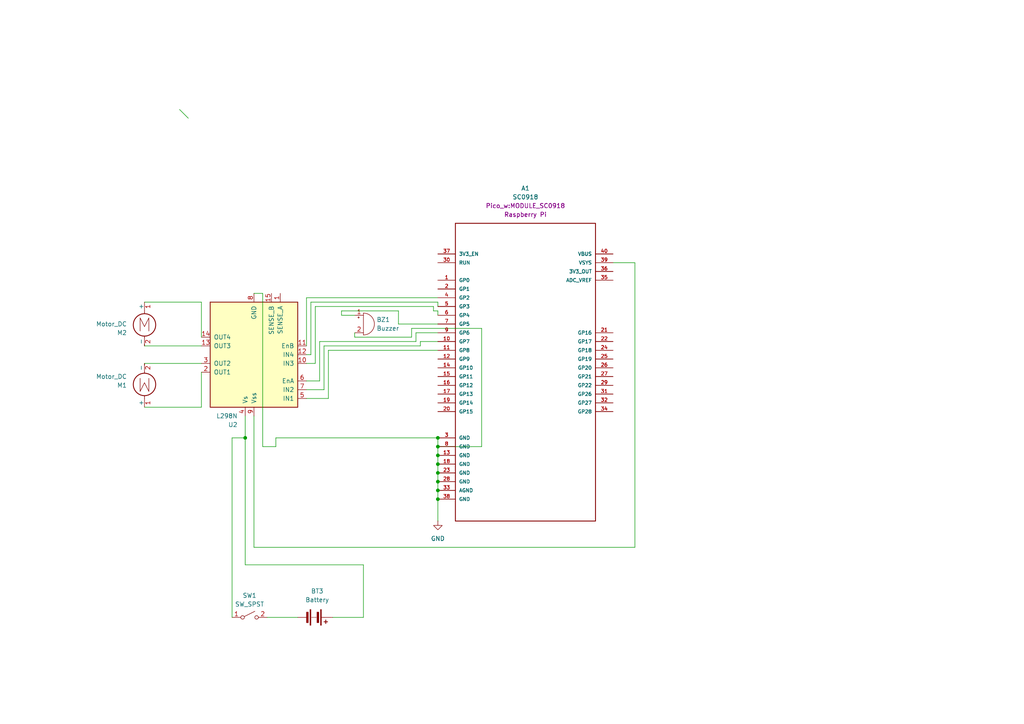
<source format=kicad_sch>
(kicad_sch (version 20231120) (generator "eeschema") (generator_version "8.0")
  (paper "A4")
  (lib_symbols
    (symbol "Device:Battery" (pin_numbers hide) (pin_names (offset 0) hide)
      (property "Reference" "BT" (at 2.54 2.54 0))
      (property "Value" "Battery" (at 2.54 0 0))
      (symbol "Battery_0_1"
        (rectangle (start -2.286 -1.27) (end 2.286 -1.524) (fill (type outline)))
        (rectangle (start -2.286 1.778) (end 2.286 1.524) (fill (type outline)))
        (rectangle (start -1.524 -2.032) (end 1.524 -2.54) (fill (type outline)))
        (rectangle (start -1.524 1.016) (end 1.524 0.508) (fill (type outline)))
        (polyline (pts (xy 0 -1.016) (xy 0 -0.762)))
        (polyline (pts (xy 0 -0.508) (xy 0 -0.254)))
        (polyline (pts (xy 0 0) (xy 0 0.254)))
        (polyline (pts (xy 0 1.778) (xy 0 2.54)))
        (polyline (pts (xy 0.762 3.048) (xy 1.778 3.048)) (stroke (width 0.254)))
        (polyline (pts (xy 1.27 3.556) (xy 1.27 2.54)) (stroke (width 0.254)))
      )
      (symbol "Battery_1_1"
        (pin passive line (at 0 5.08 270) (length 2.54) (name "+") (number "1"))
        (pin passive line (at 0 -5.08 90) (length 2.54) (name "-") (number "2"))
      )
    )
    (symbol "Device:Buzzer" (pin_names (offset 0.0254) hide)
      (property "Reference" "BZ" (at 3.81 1.27 0))
      (property "Value" "Buzzer" (at 3.81 -1.27 0))
      (symbol "Buzzer_0_1"
        (arc (start 0 -3.175) (mid 3.1612 0) (end 0 3.175))
        (polyline (pts (xy -1.651 1.905) (xy -1.143 1.905)))
        (polyline (pts (xy -1.397 2.159) (xy -1.397 1.651)))
        (polyline (pts (xy 0 3.175) (xy 0 -3.175)))
      )
      (symbol "Buzzer_1_1"
        (pin passive line (at -2.54 2.54 0) (length 2.54) (name "+") (number "1"))
        (pin passive line (at -2.54 -2.54 0) (length 2.54) (name "-") (number "2"))
      )
    )
    (symbol "Driver_Motor:L298N" (pin_names (offset 1.016))
      (property "Reference" "U" (at -10.16 16.51 0))
      (property "Value" "L298N" (at 12.7 16.51 0))
      (symbol "L298N_0_1"
        (rectangle (start -12.7 15.24) (end 12.7 -15.24) (stroke (width 0.254)) (fill (type background)))
      )
      (symbol "L298N_1_1"
        (pin power_in line (at -7.62 -17.78 90) (length 2.54) (name "SENSE_A") (number "1"))
        (pin input line (at -15.24 2.54 0) (length 2.54) (name "IN3") (number "10"))
        (pin input line (at -15.24 -2.54 0) (length 2.54) (name "EnB") (number "11"))
        (pin input line (at -15.24 0 0) (length 2.54) (name "IN4") (number "12"))
        (pin output line (at 15.24 -2.54 180) (length 2.54) (name "OUT3") (number "13"))
        (pin output line (at 15.24 -5.08 180) (length 2.54) (name "OUT4") (number "14"))
        (pin power_in line (at -5.08 -17.78 90) (length 2.54) (name "SENSE_B") (number "15"))
        (pin output line (at 15.24 5.08 180) (length 2.54) (name "OUT1") (number "2"))
        (pin output line (at 15.24 2.54 180) (length 2.54) (name "OUT2") (number "3"))
        (pin power_in line (at 2.54 17.78 270) (length 2.54) (name "Vs") (number "4"))
        (pin input line (at -15.24 12.7 0) (length 2.54) (name "IN1") (number "5"))
        (pin input line (at -15.24 7.62 0) (length 2.54) (name "EnA") (number "6"))
        (pin input line (at -15.24 10.16 0) (length 2.54) (name "IN2") (number "7"))
        (pin power_in line (at 0 -17.78 90) (length 2.54) (name "GND") (number "8"))
        (pin power_in line (at 0 17.78 270) (length 2.54) (name "Vss") (number "9"))
      )
    )
    (symbol "Motor:Motor_DC" (pin_names (offset 0))
      (property "Reference" "M" (at 2.54 2.54 0))
      (property "Value" "Motor_DC" (at 2.54 -5.08 0))
      (symbol "Motor_DC_0_0"
        (polyline (pts (xy -1.27 -3.302) (xy -1.27 0.508) (xy 0 -2.032) (xy 1.27 0.508) (xy 1.27 -3.302)))
      )
      (symbol "Motor_DC_0_1"
        (circle (center 0 -1.524) (radius 3.2512) (stroke (width 0.254)))
        (polyline (pts (xy 0 -7.62) (xy 0 -7.112)))
        (polyline (pts (xy 0 -4.7752) (xy 0 -5.1816)))
        (polyline (pts (xy 0 1.7272) (xy 0 2.0828)))
        (polyline (pts (xy 0 2.032) (xy 0 2.54)))
      )
      (symbol "Motor_DC_1_1"
        (pin passive line (at 0 5.08 270) (length 2.54) (name "+") (number "1"))
        (pin passive line (at 0 -7.62 90) (length 2.54) (name "-") (number "2"))
      )
    )
    (symbol "Pico_w:SC0918" (pin_names (offset 1.016))
      (property "Reference" "A1" (at 0 58.42 0))
      (property "Value" "SC0918" (at 0 55.88 0))
      (property "Footprint" "Pico_w:MODULE_SC0918" (at -12.7 -46.99 0))
      (property "manufacturer" "Raspberry Pi" (at 0 53.34 0))
      (symbol "SC0918_0_0"
        (rectangle (start -20.32 -43.18) (end 20.32 43.18) (stroke (width 0.254)))
        (pin bidirectional line (at -25.4 26.67 0) (length 5.08) (name "GP0") (number "1"))
        (pin bidirectional line (at -25.4 8.89 0) (length 5.08) (name "GP7") (number "10"))
        (pin bidirectional line (at -25.4 6.35 0) (length 5.08) (name "GP8") (number "11"))
        (pin bidirectional line (at -25.4 3.81 0) (length 5.08) (name "GP9") (number "12"))
        (pin power_in line (at -25.4 -24.13 0) (length 5.08) (name "GND") (number "13"))
        (pin bidirectional line (at -25.4 1.27 0) (length 5.08) (name "GP10") (number "14"))
        (pin bidirectional line (at -25.4 -1.27 0) (length 5.08) (name "GP11") (number "15"))
        (pin bidirectional line (at -25.4 -3.81 0) (length 5.08) (name "GP12") (number "16"))
        (pin bidirectional line (at -25.4 -6.35 0) (length 5.08) (name "GP13") (number "17"))
        (pin power_in line (at -25.4 -26.67 0) (length 5.08) (name "GND") (number "18"))
        (pin bidirectional line (at -25.4 -8.89 0) (length 5.08) (name "GP14") (number "19"))
        (pin bidirectional line (at -25.4 24.13 0) (length 5.08) (name "GP1") (number "2"))
        (pin bidirectional line (at -25.4 -11.43 0) (length 5.08) (name "GP15") (number "20"))
        (pin bidirectional line (at 25.4 11.43 180) (length 5.08) (name "GP16") (number "21"))
        (pin bidirectional line (at 25.4 8.89 180) (length 5.08) (name "GP17") (number "22"))
        (pin power_in line (at -25.4 -29.21 0) (length 5.08) (name "GND") (number "23"))
        (pin bidirectional line (at 25.4 6.35 180) (length 5.08) (name "GP18") (number "24"))
        (pin bidirectional line (at 25.4 3.81 180) (length 5.08) (name "GP19") (number "25"))
        (pin bidirectional line (at 25.4 1.27 180) (length 5.08) (name "GP20") (number "26"))
        (pin bidirectional line (at 25.4 -1.27 180) (length 5.08) (name "GP21") (number "27"))
        (pin power_in line (at -25.4 -31.75 0) (length 5.08) (name "GND") (number "28"))
        (pin bidirectional line (at 25.4 -3.81 180) (length 5.08) (name "GP22") (number "29"))
        (pin power_in line (at -25.4 -19.05 0) (length 5.08) (name "GND") (number "3"))
        (pin input line (at -25.4 31.75 0) (length 5.08) (name "RUN") (number "30"))
        (pin bidirectional line (at 25.4 -6.35 180) (length 5.08) (name "GP26") (number "31"))
        (pin bidirectional line (at 25.4 -8.89 180) (length 5.08) (name "GP27") (number "32"))
        (pin power_in line (at -25.4 -34.29 0) (length 5.08) (name "AGND") (number "33"))
        (pin bidirectional line (at 25.4 -11.43 180) (length 5.08) (name "GP28") (number "34"))
        (pin power_in line (at 25.4 26.67 180) (length 5.08) (name "ADC_VREF") (number "35"))
        (pin power_in line (at 25.4 29.21 180) (length 5.08) (name "3V3_OUT") (number "36"))
        (pin input line (at -25.4 34.29 0) (length 5.08) (name "3V3_EN") (number "37"))
        (pin power_in line (at -25.4 -36.83 0) (length 5.08) (name "GND") (number "38"))
        (pin free line (at 25.4 31.75 180) (length 5.08) (name "VSYS") (number "39"))
        (pin bidirectional line (at -25.4 21.59 0) (length 5.08) (name "GP2") (number "4"))
        (pin free line (at 25.4 34.29 180) (length 5.08) (name "VBUS") (number "40"))
        (pin bidirectional line (at -25.4 19.05 0) (length 5.08) (name "GP3") (number "5"))
        (pin bidirectional line (at -25.4 16.51 0) (length 5.08) (name "GP4") (number "6"))
        (pin bidirectional line (at -25.4 13.97 0) (length 5.08) (name "GP5") (number "7"))
        (pin power_in line (at -25.4 -21.59 0) (length 5.08) (name "GND") (number "8"))
        (pin bidirectional line (at -25.4 11.43 0) (length 5.08) (name "GP6") (number "9"))
      )
    )
    (symbol "Switch:SW_SPST" (pin_names (offset 0) hide)
      (property "Reference" "SW" (at 0 3.175 0))
      (property "Value" "SW_SPST" (at 0 -2.54 0))
      (symbol "SW_SPST_0_0"
        (circle (center -2.032 0) (radius 0.508))
        (polyline (pts (xy -1.524 0.254) (xy 1.524 1.778)))
        (circle (center 2.032 0) (radius 0.508))
      )
      (symbol "SW_SPST_1_1"
        (pin passive line (at -5.08 0 0) (length 2.54) (name "A") (number "1"))
        (pin passive line (at 5.08 0 180) (length 2.54) (name "B") (number "2"))
      )
    )
    (symbol "power:GND" (power) (pin_numbers hide) (pin_names (offset 0) hide)
      (property "Value" "GND" (at 0 -3.81 0))
      (symbol "GND_0_1"
        (polyline (pts (xy 0 0) (xy 0 -1.27) (xy 1.27 -1.27) (xy 0 -2.54) (xy -1.27 -1.27) (xy 0 -1.27)))
      )
      (symbol "GND_1_1"
        (pin power_in line (at 0 0 270) (length 0) (name "~") (number "1"))
      )
    )
  )
  (junction (at 127 132.08))
  (junction (at 127 137.16))
  (junction (at 127 134.62))
  (junction (at 127 129.54))
  (junction (at 127 127))
  (junction (at 71.12 127))
  (junction (at 127 144.78))
  (junction (at 127 139.7))
  (junction (at 127 142.24))
  (bus_entry (at 52.07 31.75) (size 2.54 2.54))
  (bus_entry (at 339.09 40.64) (size 2.54 2.54))
  (wire (pts (xy 80.01 129.54) (xy 80.01 127)))
  (wire (pts (xy 105.41 163.83) (xy 71.12 163.83)))
  (wire (pts (xy 91.44 88.9) (xy 91.44 105.41)))
  (wire (pts (xy 92.71 110.49) (xy 92.71 99.06)))
  (wire (pts (xy 77.47 179.07) (xy 86.36 179.07)))
  (wire (pts (xy 92.71 99.06) (xy 120.65 99.06)))
  (wire (pts (xy 91.44 105.41) (xy 88.9 105.41)))
  (wire (pts (xy 184.15 76.2) (xy 177.8 76.2)))
  (wire (pts (xy 95.25 101.6) (xy 127 101.6)))
  (wire (pts (xy 127 99.06) (xy 121.92 99.06)))
  (wire (pts (xy 127 142.24) (xy 127 144.78)))
  (wire (pts (xy 120.65 99.06) (xy 120.65 96.52)))
  (wire (pts (xy 67.31 127) (xy 71.12 127)))
  (wire (pts (xy 125.73 90.17) (xy 125.73 88.9)))
  (wire (pts (xy 127 93.98) (xy 115.57 93.98)))
  (wire (pts (xy 139.7 129.54) (xy 127 129.54)))
  (wire (pts (xy 88.9 102.87) (xy 90.17 102.87)))
  (wire (pts (xy 119.38 95.25) (xy 139.7 95.25)))
  (wire (pts (xy 102.87 96.52) (xy 102.87 97.79)))
  (wire (pts (xy 102.87 97.79) (xy 119.38 97.79)))
  (wire (pts (xy 58.42 105.41) (xy 41.91 105.41)))
  (wire (pts (xy 120.65 96.52) (xy 127 96.52)))
  (wire (pts (xy 127 137.16) (xy 127 139.7)))
  (wire (pts (xy 80.01 127) (xy 127 127)))
  (wire (pts (xy 90.17 102.87) (xy 90.17 87.63)))
  (wire (pts (xy 93.98 100.33) (xy 93.98 113.03)))
  (wire (pts (xy 88.9 100.33) (xy 88.9 86.36)))
  (wire (pts (xy 58.42 100.33) (xy 41.91 100.33)))
  (wire (pts (xy 88.9 115.57) (xy 95.25 115.57)))
  (wire (pts (xy 88.9 86.36) (xy 127 86.36)))
  (wire (pts (xy 41.91 87.63) (xy 58.42 87.63)))
  (wire (pts (xy 127 127) (xy 127 129.54)))
  (wire (pts (xy 76.2 85.09) (xy 76.2 129.54)))
  (wire (pts (xy 76.2 129.54) (xy 80.01 129.54)))
  (wire (pts (xy 127 132.08) (xy 127 134.62)))
  (wire (pts (xy 71.12 163.83) (xy 71.12 127)))
  (wire (pts (xy 41.91 118.11) (xy 58.42 118.11)))
  (wire (pts (xy 88.9 110.49) (xy 92.71 110.49)))
  (wire (pts (xy 105.41 179.07) (xy 105.41 163.83)))
  (wire (pts (xy 73.66 120.65) (xy 73.66 158.75)))
  (wire (pts (xy 99.06 91.44) (xy 102.87 91.44)))
  (wire (pts (xy 127 139.7) (xy 127 142.24)))
  (wire (pts (xy 99.06 90.17) (xy 99.06 91.44)))
  (wire (pts (xy 96.52 179.07) (xy 105.41 179.07)))
  (wire (pts (xy 184.15 158.75) (xy 184.15 76.2)))
  (wire (pts (xy 127 144.78) (xy 127 151.13)))
  (wire (pts (xy 119.38 97.79) (xy 119.38 95.25)))
  (wire (pts (xy 95.25 115.57) (xy 95.25 101.6)))
  (wire (pts (xy 139.7 95.25) (xy 139.7 129.54)))
  (wire (pts (xy 127 87.63) (xy 127 88.9)))
  (wire (pts (xy 58.42 87.63) (xy 58.42 97.79)))
  (wire (pts (xy 121.92 99.06) (xy 121.92 100.33)))
  (wire (pts (xy 115.57 90.17) (xy 99.06 90.17)))
  (wire (pts (xy 93.98 113.03) (xy 88.9 113.03)))
  (wire (pts (xy 127 90.17) (xy 125.73 90.17)))
  (wire (pts (xy 127 134.62) (xy 127 137.16)))
  (wire (pts (xy 67.31 179.07) (xy 67.31 127)))
  (wire (pts (xy 73.66 85.09) (xy 76.2 85.09)))
  (wire (pts (xy 121.92 100.33) (xy 93.98 100.33)))
  (wire (pts (xy 127 91.44) (xy 127 90.17)))
  (wire (pts (xy 71.12 127) (xy 71.12 120.65)))
  (wire (pts (xy 73.66 158.75) (xy 184.15 158.75)))
  (wire (pts (xy 127 129.54) (xy 127 132.08)))
  (wire (pts (xy 125.73 88.9) (xy 91.44 88.9)))
  (wire (pts (xy 115.57 93.98) (xy 115.57 90.17)))
  (wire (pts (xy 58.42 118.11) (xy 58.42 107.95)))
  (wire (pts (xy 90.17 87.63) (xy 127 87.63)))
  (symbol (lib_id "Motor:Motor_DC") (at 41.91 92.71 0) (unit 1)
    (property "Reference" "M2" (at 36.83 96.5201 0) (effects (justify right)))
    (property "Value" "Motor_DC" (at 36.83 93.9801 0) (effects (justify right)))
    (property "Footprint" "Motors:Vybronics_VZ30C1T8219732L" (effects (hide yes)))
    (property "Description" "DC Motor" (effects (hide yes)))
  )
  (symbol (lib_id "Device:Buzzer") (at 105.41 93.98 0) (unit 1)
    (property "Reference" "BZ1" (at 109.22 92.7099 0) (effects (justify left)))
    (property "Value" "Buzzer" (at 109.22 95.2499 0) (effects (justify left)))
    (property "Footprint" "Buzzer_Beeper:Buzzer_12x9.5RM7.6" (effects (hide yes)))
    (property "Description" "Buzzer, polarized" (effects (hide yes)))
  )
  (symbol (lib_id "Switch:SW_SPST") (at 72.39 179.07 0) (unit 1)
    (property "Reference" "SW1" (at 72.39 172.72 0))
    (property "Value" "SW_SPST" (at 72.39 175.26 0))
    (property "Footprint" "Button_Switch_SMD:SW_DIP_SPSTx01_Slide_9.78x4.72mm_W8.61mm_P2.54mm" (effects (hide yes)))
    (property "Description" "Single Pole Single Throw (SPST) switch" (effects (hide yes)))
  )
  (symbol (lib_id "Device:Battery") (at 91.44 179.07 270) (unit 1)
    (property "Reference" "BT3" (at 92.0115 171.45 90))
    (property "Value" "Battery" (at 92.0115 173.99 90))
    (property "Footprint" "Battery:BatteryHolder_Keystone_2462_2xAA" (effects (hide yes)))
    (property "Description" "Multiple-cell battery" (effects (hide yes)))
  )
  (symbol (lib_id "Driver_Motor:L298N") (at 73.66 102.87 180) (unit 1)
    (property "Reference" "U2" (at 68.9259 123.19 0) (effects (justify left)))
    (property "Value" "L298N" (at 68.9259 120.65 0) (effects (justify left)))
    (property "Footprint" "Package_TO_SOT_THT:TO-220-15_P2.54x2.54mm_StaggerOdd_Lead4.58mm_Vertical" (effects (hide yes)))
    (property "Datasheet" "http://www.st.com/st-web-ui/static/active/en/resource/technical/document/datasheet/CD00000240.pdf" (effects (hide yes)))
    (property "Description" "Dual full bridge motor driver, up to 46V, 4A, Multiwatt15-V" (effects (hide yes)))
  )
  (symbol (lib_id "Pico_w:SC0918") (at 152.4 107.95 0) (unit 1)
    (property "Reference" "A1" (at 152.4 54.61 0))
    (property "Value" "SC0918" (at 152.4 57.15 0))
    (property "Footprint" "Pico_w:MODULE_SC0918" (at 152.4 59.69 0))
    (property "Datasheet" "https://datasheets.raspberrypi.com/picow/pico-w-datasheet.pdf" (effects (hide yes)))
    (property "manufacturer" "Raspberry Pi" (at 152.4 62.23 0))
    (property "P/N" "SC0918" (effects (hide yes)))
    (property "PARTREV" "1.6" (effects (hide yes)))
    (property "MAXIMUM_PACKAGE_HEIGHT" "3.73mm" (effects (hide yes)))
  )
  (symbol (lib_id "Motor:Motor_DC") (at 41.91 113.03 180) (unit 1)
    (property "Reference" "M1" (at 36.83 111.7601 0) (effects (justify left)))
    (property "Value" "Motor_DC" (at 36.83 109.2201 0) (effects (justify left)))
    (property "Footprint" "Motors:Vybronics_VZ30C1T8219732L" (effects (hide yes)))
    (property "Description" "DC Motor" (effects (hide yes)))
  )
  (symbol (lib_id "power:GND") (at 127 151.13 0) (unit 1)
    (property "Reference" "#PWR01" (effects (hide yes)))
    (property "Value" "GND" (at 127 156.21 0))
    (property "Description" "Power symbol creates a global label with name \"GND\" , ground" (effects (hide yes)))
  )
)
</source>
